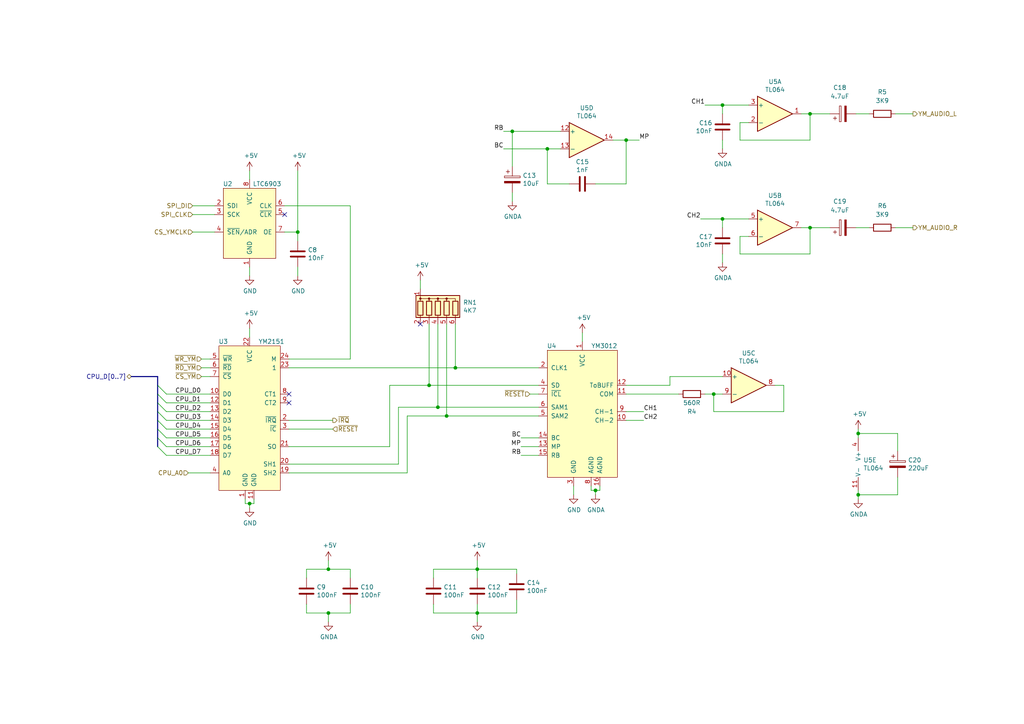
<source format=kicad_sch>
(kicad_sch (version 20231120) (generator "eeschema") (generator_version "8.0")
  (paper "A4")
  (title_block (title "Y Ddraig YM2151 and MSM6258 audio card"))
  (lib_symbols
    (symbol "Amplifier_Operational:TL064" (pin_names (offset 0.127))
      (property "Reference" "U" (at 0 5.08 0))
      (property "Value" "TL064" (at 0 -5.08 0))
      (symbol "TL064_1_1"
        (polyline (pts (xy -5.08 5.08) (xy 5.08 0) (xy -5.08 -5.08) (xy -5.08 5.08)) (stroke (width 0.254)) (fill (type background)))
        (pin output line (at 7.62 0 180) (length 2.54) (name "~") (number "1"))
        (pin input line (at -7.62 -2.54 0) (length 2.54) (name "-") (number "2"))
        (pin input line (at -7.62 2.54 0) (length 2.54) (name "+") (number "3"))
      )
      (symbol "TL064_2_1"
        (polyline (pts (xy -5.08 5.08) (xy 5.08 0) (xy -5.08 -5.08) (xy -5.08 5.08)) (stroke (width 0.254)) (fill (type background)))
        (pin input line (at -7.62 2.54 0) (length 2.54) (name "+") (number "5"))
        (pin input line (at -7.62 -2.54 0) (length 2.54) (name "-") (number "6"))
        (pin output line (at 7.62 0 180) (length 2.54) (name "~") (number "7"))
      )
      (symbol "TL064_3_1"
        (polyline (pts (xy -5.08 5.08) (xy 5.08 0) (xy -5.08 -5.08) (xy -5.08 5.08)) (stroke (width 0.254)) (fill (type background)))
        (pin input line (at -7.62 2.54 0) (length 2.54) (name "+") (number "10"))
        (pin output line (at 7.62 0 180) (length 2.54) (name "~") (number "8"))
        (pin input line (at -7.62 -2.54 0) (length 2.54) (name "-") (number "9"))
      )
      (symbol "TL064_4_1"
        (polyline (pts (xy -5.08 5.08) (xy 5.08 0) (xy -5.08 -5.08) (xy -5.08 5.08)) (stroke (width 0.254)) (fill (type background)))
        (pin input line (at -7.62 2.54 0) (length 2.54) (name "+") (number "12"))
        (pin input line (at -7.62 -2.54 0) (length 2.54) (name "-") (number "13"))
        (pin output line (at 7.62 0 180) (length 2.54) (name "~") (number "14"))
      )
      (symbol "TL064_5_1"
        (pin power_in line (at -2.54 -7.62 90) (length 3.81) (name "V-") (number "11"))
        (pin power_in line (at -2.54 7.62 270) (length 3.81) (name "V+") (number "4"))
      )
    )
    (symbol "Ddraig:LTC690x" (pin_names (offset 1.016))
      (property "Reference" "U" (at -8.89 17.78 0))
      (property "Value" "LTC690x" (at 10.16 17.78 0))
      (symbol "LTC690x_0_1"
        (rectangle (start -7.62 13.97) (end 7.62 -6.35) (fill (type background)))
      )
      (symbol "LTC690x_1_1"
        (pin power_in line (at 0 -8.89 90) (length 2.54) (name "GND") (number "1"))
        (pin input line (at -10.16 8.89 0) (length 2.54) (name "SDI") (number "2"))
        (pin input line (at -10.16 6.35 0) (length 2.54) (name "SCK") (number "3"))
        (pin input line (at -10.16 1.27 0) (length 2.54) (name "~{SEN}/ADR") (number "4"))
        (pin output line (at 10.16 6.35 180) (length 2.54) (name "~{CLK}") (number "5"))
        (pin output line (at 10.16 8.89 180) (length 2.54) (name "CLK") (number "6"))
        (pin input line (at 10.16 1.27 180) (length 2.54) (name "OE") (number "7"))
        (pin power_in line (at 0 16.51 270) (length 2.54) (name "VCC") (number "8"))
      )
    )
    (symbol "Ddraig:YM2151" (pin_names (offset 1.016))
      (property "Reference" "U" (at -7.62 22.86 0))
      (property "Value" "YM2151" (at 6.35 -21.59 0))
      (symbol "YM2151_0_1"
        (rectangle (start -8.89 21.59) (end 8.89 -20.32) (fill (type background)))
      )
      (symbol "YM2151_1_1"
        (pin power_in line (at -1.27 -22.86 90) (length 2.54) (name "GND") (number "1"))
        (pin bidirectional line (at -11.43 7.62 0) (length 2.54) (name "D0") (number "10"))
        (pin power_in line (at 1.27 -22.86 90) (length 2.54) (name "GND") (number "11"))
        (pin bidirectional line (at -11.43 5.08 0) (length 2.54) (name "D1") (number "12"))
        (pin bidirectional line (at -11.43 2.54 0) (length 2.54) (name "D2") (number "13"))
        (pin bidirectional line (at -11.43 0 0) (length 2.54) (name "D3") (number "14"))
        (pin bidirectional line (at -11.43 -2.54 0) (length 2.54) (name "D4") (number "15"))
        (pin bidirectional line (at -11.43 -5.08 0) (length 2.54) (name "D5") (number "16"))
        (pin bidirectional line (at -11.43 -7.62 0) (length 2.54) (name "D6") (number "17"))
        (pin bidirectional line (at -11.43 -10.16 0) (length 2.54) (name "D7") (number "18"))
        (pin output line (at 11.43 -15.24 180) (length 2.54) (name "SH2") (number "19"))
        (pin output line (at 11.43 0 180) (length 2.54) (name "~{IRQ}") (number "2"))
        (pin output line (at 11.43 -12.7 180) (length 2.54) (name "SH1") (number "20"))
        (pin output line (at 11.43 -7.62 180) (length 2.54) (name "SO") (number "21"))
        (pin power_in line (at 0 24.13 270) (length 2.54) (name "VCC") (number "22"))
        (pin output line (at 11.43 15.24 180) (length 2.54) (name "1") (number "23"))
        (pin input line (at 11.43 17.78 180) (length 2.54) (name "M") (number "24"))
        (pin input line (at 11.43 -2.54 180) (length 2.54) (name "~{IC}") (number "3"))
        (pin input line (at -11.43 -15.24 0) (length 2.54) (name "A0") (number "4"))
        (pin input line (at -11.43 17.78 0) (length 2.54) (name "~{WR}") (number "5"))
        (pin input line (at -11.43 15.24 0) (length 2.54) (name "~{RD}") (number "6"))
        (pin input line (at -11.43 12.7 0) (length 2.54) (name "~{CS}") (number "7"))
        (pin output line (at 11.43 7.62 180) (length 2.54) (name "CT1") (number "8"))
        (pin output line (at 11.43 5.08 180) (length 2.54) (name "CT2") (number "9"))
      )
    )
    (symbol "Ddraig:YM3012" (pin_names (offset 1.016))
      (property "Reference" "U" (at -7.62 16.51 0))
      (property "Value" "YM3012" (at -8.89 -22.86 0))
      (symbol "YM3012_0_1"
        (rectangle (start -10.16 15.24) (end 10.16 -21.59) (fill (type background)))
      )
      (symbol "YM3012_1_1"
        (pin power_in line (at 0 17.78 270) (length 2.54) (name "VCC") (number "1"))
        (pin output line (at 12.7 -5.08 180) (length 2.54) (name "CH-2") (number "10"))
        (pin input line (at 12.7 2.54 180) (length 2.54) (name "COM") (number "11"))
        (pin output line (at 12.7 5.08 180) (length 2.54) (name "ToBUFF") (number "12"))
        (pin input line (at -12.7 -12.7 0) (length 2.54) (name "MP") (number "13"))
        (pin output line (at -12.7 -10.16 0) (length 2.54) (name "BC") (number "14"))
        (pin output line (at -12.7 -15.24 0) (length 2.54) (name "RB") (number "15"))
        (pin power_in line (at 5.08 -24.13 90) (length 2.54) (name "AGND") (number "16"))
        (pin input line (at -12.7 10.16 0) (length 2.54) (name "CLK1") (number "2"))
        (pin power_in line (at -2.54 -24.13 90) (length 2.54) (name "GND") (number "3"))
        (pin input line (at -12.7 5.08 0) (length 2.54) (name "SD") (number "4"))
        (pin input line (at -12.7 -3.81 0) (length 2.54) (name "SAM2") (number "5"))
        (pin input line (at -12.7 -1.27 0) (length 2.54) (name "SAM1") (number "6"))
        (pin input line (at -12.7 2.54 0) (length 2.54) (name "~{ICL}") (number "7"))
        (pin power_in line (at 2.54 -24.13 90) (length 2.54) (name "AGND") (number "8"))
        (pin output line (at 12.7 -2.54 180) (length 2.54) (name "CH-1") (number "9"))
      )
    )
    (symbol "Device:C" (pin_numbers hide) (pin_names (offset 0.254))
      (property "Reference" "C" (at 0.635 2.54 0))
      (property "Value" "C" (at 0.635 -2.54 0))
      (symbol "C_0_1"
        (polyline (pts (xy -2.032 -0.762) (xy 2.032 -0.762)) (stroke (width 0.508)))
        (polyline (pts (xy -2.032 0.762) (xy 2.032 0.762)) (stroke (width 0.508)))
      )
      (symbol "C_1_1"
        (pin passive line (at 0 3.81 270) (length 2.794) (name "~") (number "1"))
        (pin passive line (at 0 -3.81 90) (length 2.794) (name "~") (number "2"))
      )
    )
    (symbol "Device:C_Polarized" (pin_numbers hide) (pin_names (offset 0.254))
      (property "Reference" "C" (at 0.635 2.54 0))
      (property "Value" "C_Polarized" (at 0.635 -2.54 0))
      (symbol "C_Polarized_0_1"
        (rectangle (start -2.286 0.508) (end 2.286 1.016))
        (polyline (pts (xy -1.778 2.286) (xy -0.762 2.286)))
        (polyline (pts (xy -1.27 2.794) (xy -1.27 1.778)))
        (rectangle (start 2.286 -0.508) (end -2.286 -1.016) (fill (type outline)))
      )
      (symbol "C_Polarized_1_1"
        (pin passive line (at 0 3.81 270) (length 2.794) (name "~") (number "1"))
        (pin passive line (at 0 -3.81 90) (length 2.794) (name "~") (number "2"))
      )
    )
    (symbol "Device:R" (pin_numbers hide) (pin_names (offset 0))
      (property "Reference" "R" (at 2.032 0 90))
      (property "Value" "R" (at 0 0 90))
      (symbol "R_0_1"
        (rectangle (start -1.016 -2.54) (end 1.016 2.54) (stroke (width 0.254)))
      )
      (symbol "R_1_1"
        (pin passive line (at 0 3.81 270) (length 1.27) (name "~") (number "1"))
        (pin passive line (at 0 -3.81 90) (length 1.27) (name "~") (number "2"))
      )
    )
    (symbol "Device:R_Network05" (pin_names (offset 0) hide)
      (property "Reference" "RN" (at -7.62 0 90))
      (property "Value" "R_Network05" (at 7.62 0 90))
      (symbol "R_Network05_0_1"
        (rectangle (start -6.35 -3.175) (end 6.35 3.175) (stroke (width 0.254)) (fill (type background)))
        (rectangle (start -5.842 1.524) (end -4.318 -2.54) (stroke (width 0.254)))
        (circle (center -5.08 2.286) (radius 0.254) (fill (type outline)))
        (rectangle (start -3.302 1.524) (end -1.778 -2.54) (stroke (width 0.254)))
        (circle (center -2.54 2.286) (radius 0.254) (fill (type outline)))
        (rectangle (start -0.762 1.524) (end 0.762 -2.54) (stroke (width 0.254)))
        (polyline (pts (xy -5.08 -2.54) (xy -5.08 -3.81)))
        (polyline (pts (xy -2.54 -2.54) (xy -2.54 -3.81)))
        (polyline (pts (xy 0 -2.54) (xy 0 -3.81)))
        (polyline (pts (xy 2.54 -2.54) (xy 2.54 -3.81)))
        (polyline (pts (xy 5.08 -2.54) (xy 5.08 -3.81)))
        (polyline (pts (xy -5.08 1.524) (xy -5.08 2.286) (xy -2.54 2.286) (xy -2.54 1.524)))
        (polyline (pts (xy -2.54 1.524) (xy -2.54 2.286) (xy 0 2.286) (xy 0 1.524)))
        (polyline (pts (xy 0 1.524) (xy 0 2.286) (xy 2.54 2.286) (xy 2.54 1.524)))
        (polyline (pts (xy 2.54 1.524) (xy 2.54 2.286) (xy 5.08 2.286) (xy 5.08 1.524)))
        (circle (center 0 2.286) (radius 0.254) (fill (type outline)))
        (rectangle (start 1.778 1.524) (end 3.302 -2.54) (stroke (width 0.254)))
        (circle (center 2.54 2.286) (radius 0.254) (fill (type outline)))
        (rectangle (start 4.318 1.524) (end 5.842 -2.54) (stroke (width 0.254)))
      )
      (symbol "R_Network05_1_1"
        (pin passive line (at -5.08 5.08 270) (length 2.54) (name "common") (number "1"))
        (pin passive line (at -5.08 -5.08 90) (length 1.27) (name "R1") (number "2"))
        (pin passive line (at -2.54 -5.08 90) (length 1.27) (name "R2") (number "3"))
        (pin passive line (at 0 -5.08 90) (length 1.27) (name "R3") (number "4"))
        (pin passive line (at 2.54 -5.08 90) (length 1.27) (name "R4") (number "5"))
        (pin passive line (at 5.08 -5.08 90) (length 1.27) (name "R5") (number "6"))
      )
    )
    (symbol "power:+5V" (power) (pin_names (offset 0))
      (property "Value" "+5V" (at 0 3.556 0))
      (symbol "+5V_0_1"
        (polyline (pts (xy -0.762 1.27) (xy 0 2.54)))
        (polyline (pts (xy 0 0) (xy 0 2.54)))
        (polyline (pts (xy 0 2.54) (xy 0.762 1.27)))
      )
      (symbol "+5V_1_1"
        (pin power_in line (at 0 0 90) (length 0) hide (name "+5V") (number "1"))
      )
    )
    (symbol "power:GND" (power) (pin_names (offset 0))
      (property "Value" "GND" (at 0 -3.81 0))
      (symbol "GND_0_1"
        (polyline (pts (xy 0 0) (xy 0 -1.27) (xy 1.27 -1.27) (xy 0 -2.54) (xy -1.27 -1.27) (xy 0 -1.27)))
      )
      (symbol "GND_1_1"
        (pin power_in line (at 0 0 270) (length 0) hide (name "GND") (number "1"))
      )
    )
    (symbol "power:GNDA" (power) (pin_names (offset 0))
      (property "Value" "GNDA" (at 0 -3.81 0))
      (symbol "GNDA_0_1"
        (polyline (pts (xy 0 0) (xy 0 -1.27) (xy 1.27 -1.27) (xy 0 -2.54) (xy -1.27 -1.27) (xy 0 -1.27)))
      )
      (symbol "GNDA_1_1"
        (pin power_in line (at 0 0 270) (length 0) hide (name "GNDA") (number "1"))
      )
    )
  )
  (junction (at 86.36 67.31))
  (junction (at 95.25 177.8))
  (junction (at 248.92 125.73))
  (junction (at 95.25 165.1))
  (junction (at 138.43 177.8))
  (junction (at 248.92 143.51))
  (junction (at 127 118.11))
  (junction (at 124.46 111.76))
  (junction (at 209.55 30.48))
  (junction (at 172.72 142.24))
  (junction (at 181.61 40.64))
  (junction (at 138.43 165.1))
  (junction (at 129.54 120.65))
  (junction (at 207.01 114.3))
  (junction (at 209.55 63.5))
  (junction (at 158.75 43.18))
  (junction (at 148.59 38.1))
  (junction (at 234.95 33.02))
  (junction (at 132.08 106.68))
  (junction (at 72.39 146.05))
  (junction (at 234.95 66.04))
  (no_connect (at 121.92 93.98))
  (no_connect (at 82.55 62.23))
  (no_connect (at 83.82 116.84))
  (no_connect (at 83.82 114.3))
  (bus_entry (at 45.72 119.38) (size 2.54 2.54))
  (bus_entry (at 45.72 111.76) (size 2.54 2.54))
  (bus_entry (at 45.72 121.92) (size 2.54 2.54))
  (bus_entry (at 45.72 129.54) (size 2.54 2.54))
  (bus_entry (at 45.72 114.3) (size 2.54 2.54))
  (bus_entry (at 45.72 127) (size 2.54 2.54))
  (bus_entry (at 45.72 124.46) (size 2.54 2.54))
  (bus_entry (at 45.72 116.84) (size 2.54 2.54))
  (wire (pts (xy 48.26 116.84) (xy 60.96 116.84)))
  (wire (pts (xy 165.1 53.34) (xy 158.75 53.34)))
  (wire (pts (xy 204.47 30.48) (xy 209.55 30.48)))
  (wire (pts (xy 48.26 132.08) (xy 60.96 132.08)))
  (wire (pts (xy 227.33 111.76) (xy 224.79 111.76)))
  (wire (pts (xy 72.39 52.07) (xy 72.39 49.53)))
  (wire (pts (xy 118.11 120.65) (xy 118.11 137.16)))
  (wire (pts (xy 101.6 165.1) (xy 95.25 165.1)))
  (wire (pts (xy 234.95 33.02) (xy 232.41 33.02)))
  (wire (pts (xy 181.61 114.3) (xy 196.85 114.3)))
  (wire (pts (xy 148.59 55.88) (xy 148.59 58.42)))
  (wire (pts (xy 186.69 121.92) (xy 181.61 121.92)))
  (wire (pts (xy 234.95 66.04) (xy 232.41 66.04)))
  (wire (pts (xy 48.26 121.92) (xy 60.96 121.92)))
  (wire (pts (xy 124.46 111.76) (xy 113.03 111.76)))
  (bus (pts (xy 45.72 127) (xy 45.72 129.54)))
  (wire (pts (xy 62.23 62.23) (xy 55.88 62.23)))
  (wire (pts (xy 248.92 143.51) (xy 260.35 143.51)))
  (wire (pts (xy 86.36 67.31) (xy 86.36 69.85)))
  (wire (pts (xy 156.21 127) (xy 151.13 127)))
  (wire (pts (xy 156.21 120.65) (xy 129.54 120.65)))
  (wire (pts (xy 48.26 124.46) (xy 60.96 124.46)))
  (wire (pts (xy 209.55 73.66) (xy 209.55 76.2)))
  (bus (pts (xy 45.72 116.84) (xy 45.72 119.38)))
  (wire (pts (xy 217.17 35.56) (xy 214.63 35.56)))
  (wire (pts (xy 138.43 162.56) (xy 138.43 165.1)))
  (wire (pts (xy 168.91 96.52) (xy 168.91 99.06)))
  (wire (pts (xy 82.55 59.69) (xy 101.6 59.69)))
  (wire (pts (xy 101.6 59.69) (xy 101.6 104.14)))
  (bus (pts (xy 45.72 114.3) (xy 45.72 116.84)))
  (wire (pts (xy 132.08 93.98) (xy 132.08 106.68)))
  (wire (pts (xy 95.25 162.56) (xy 95.25 165.1)))
  (wire (pts (xy 149.86 177.8) (xy 149.86 173.99)))
  (wire (pts (xy 83.82 106.68) (xy 132.08 106.68)))
  (wire (pts (xy 172.72 53.34) (xy 181.61 53.34)))
  (wire (pts (xy 248.92 143.51) (xy 248.92 144.78)))
  (wire (pts (xy 207.01 114.3) (xy 207.01 119.38)))
  (wire (pts (xy 118.11 137.16) (xy 83.82 137.16)))
  (wire (pts (xy 125.73 165.1) (xy 125.73 167.64)))
  (wire (pts (xy 214.63 40.64) (xy 234.95 40.64)))
  (wire (pts (xy 101.6 165.1) (xy 101.6 167.64)))
  (wire (pts (xy 260.35 125.73) (xy 260.35 130.81)))
  (wire (pts (xy 138.43 167.64) (xy 138.43 165.1)))
  (wire (pts (xy 209.55 66.04) (xy 209.55 63.5)))
  (wire (pts (xy 194.31 109.22) (xy 209.55 109.22)))
  (wire (pts (xy 72.39 147.32) (xy 72.39 146.05)))
  (wire (pts (xy 248.285 66.04) (xy 252.095 66.04)))
  (wire (pts (xy 234.95 66.04) (xy 240.665 66.04)))
  (wire (pts (xy 125.73 177.8) (xy 138.43 177.8)))
  (wire (pts (xy 48.26 114.3) (xy 60.96 114.3)))
  (wire (pts (xy 259.715 66.04) (xy 264.795 66.04)))
  (wire (pts (xy 171.45 140.97) (xy 171.45 142.24)))
  (wire (pts (xy 158.75 43.18) (xy 162.56 43.18)))
  (wire (pts (xy 203.2 63.5) (xy 209.55 63.5)))
  (wire (pts (xy 146.05 43.18) (xy 158.75 43.18)))
  (wire (pts (xy 71.12 146.05) (xy 72.39 146.05)))
  (wire (pts (xy 72.39 77.47) (xy 72.39 80.01)))
  (wire (pts (xy 151.13 129.54) (xy 156.21 129.54)))
  (wire (pts (xy 88.9 165.1) (xy 88.9 167.64)))
  (wire (pts (xy 207.01 114.3) (xy 204.47 114.3)))
  (wire (pts (xy 209.55 30.48) (xy 217.17 30.48)))
  (wire (pts (xy 173.99 142.24) (xy 172.72 142.24)))
  (wire (pts (xy 177.8 40.64) (xy 181.61 40.64)))
  (bus (pts (xy 45.72 119.38) (xy 45.72 121.92)))
  (wire (pts (xy 83.82 134.62) (xy 115.57 134.62)))
  (wire (pts (xy 171.45 142.24) (xy 172.72 142.24)))
  (wire (pts (xy 181.61 111.76) (xy 194.31 111.76)))
  (wire (pts (xy 173.99 140.97) (xy 173.99 142.24)))
  (wire (pts (xy 115.57 118.11) (xy 127 118.11)))
  (wire (pts (xy 153.67 114.3) (xy 156.21 114.3)))
  (wire (pts (xy 166.37 140.97) (xy 166.37 143.51)))
  (wire (pts (xy 214.63 35.56) (xy 214.63 40.64)))
  (wire (pts (xy 209.55 63.5) (xy 217.17 63.5)))
  (wire (pts (xy 83.82 124.46) (xy 96.52 124.46)))
  (wire (pts (xy 58.42 104.14) (xy 60.96 104.14)))
  (wire (pts (xy 138.43 177.8) (xy 149.86 177.8)))
  (wire (pts (xy 83.82 104.14) (xy 101.6 104.14)))
  (wire (pts (xy 248.92 127) (xy 248.92 125.73)))
  (wire (pts (xy 209.55 114.3) (xy 207.01 114.3)))
  (wire (pts (xy 138.43 177.8) (xy 138.43 180.34)))
  (wire (pts (xy 125.73 175.26) (xy 125.73 177.8)))
  (wire (pts (xy 214.63 73.66) (xy 234.95 73.66)))
  (wire (pts (xy 101.6 177.8) (xy 101.6 175.26)))
  (wire (pts (xy 138.43 165.1) (xy 125.73 165.1)))
  (wire (pts (xy 172.72 142.24) (xy 172.72 143.51)))
  (wire (pts (xy 86.36 49.53) (xy 86.36 67.31)))
  (wire (pts (xy 129.54 120.65) (xy 118.11 120.65)))
  (wire (pts (xy 72.39 146.05) (xy 73.66 146.05)))
  (wire (pts (xy 194.31 111.76) (xy 194.31 109.22)))
  (wire (pts (xy 248.285 33.02) (xy 252.095 33.02)))
  (bus (pts (xy 45.72 124.46) (xy 45.72 127)))
  (bus (pts (xy 45.72 109.22) (xy 45.72 111.76)))
  (bus (pts (xy 45.72 111.76) (xy 45.72 114.3)))
  (wire (pts (xy 158.75 53.34) (xy 158.75 43.18)))
  (wire (pts (xy 227.33 119.38) (xy 227.33 111.76)))
  (wire (pts (xy 214.63 68.58) (xy 214.63 73.66)))
  (wire (pts (xy 248.92 124.46) (xy 248.92 125.73)))
  (wire (pts (xy 181.61 40.64) (xy 185.42 40.64)))
  (wire (pts (xy 129.54 93.98) (xy 129.54 120.65)))
  (wire (pts (xy 88.9 177.8) (xy 95.25 177.8)))
  (wire (pts (xy 95.25 165.1) (xy 88.9 165.1)))
  (wire (pts (xy 209.55 40.64) (xy 209.55 43.18)))
  (bus (pts (xy 45.72 109.22) (xy 38.1 109.22)))
  (wire (pts (xy 48.26 119.38) (xy 60.96 119.38)))
  (wire (pts (xy 207.01 119.38) (xy 227.33 119.38)))
  (wire (pts (xy 217.17 68.58) (xy 214.63 68.58)))
  (wire (pts (xy 149.86 165.1) (xy 138.43 165.1)))
  (wire (pts (xy 72.39 95.25) (xy 72.39 97.79)))
  (wire (pts (xy 259.715 33.02) (xy 264.795 33.02)))
  (wire (pts (xy 234.95 33.02) (xy 240.665 33.02)))
  (wire (pts (xy 121.92 81.28) (xy 121.92 83.82)))
  (wire (pts (xy 48.26 129.54) (xy 60.96 129.54)))
  (wire (pts (xy 149.86 166.37) (xy 149.86 165.1)))
  (wire (pts (xy 83.82 121.92) (xy 96.52 121.92)))
  (wire (pts (xy 234.95 73.66) (xy 234.95 66.04)))
  (wire (pts (xy 48.26 127) (xy 60.96 127)))
  (wire (pts (xy 88.9 175.26) (xy 88.9 177.8)))
  (wire (pts (xy 148.59 48.26) (xy 148.59 38.1)))
  (wire (pts (xy 86.36 80.01) (xy 86.36 77.47)))
  (wire (pts (xy 95.25 177.8) (xy 101.6 177.8)))
  (wire (pts (xy 71.12 144.78) (xy 71.12 146.05)))
  (wire (pts (xy 54.61 137.16) (xy 60.96 137.16)))
  (wire (pts (xy 260.35 143.51) (xy 260.35 138.43)))
  (wire (pts (xy 55.88 67.31) (xy 62.23 67.31)))
  (wire (pts (xy 138.43 175.26) (xy 138.43 177.8)))
  (wire (pts (xy 156.21 111.76) (xy 124.46 111.76)))
  (wire (pts (xy 234.95 40.64) (xy 234.95 33.02)))
  (wire (pts (xy 113.03 111.76) (xy 113.03 129.54)))
  (wire (pts (xy 115.57 134.62) (xy 115.57 118.11)))
  (wire (pts (xy 181.61 119.38) (xy 186.69 119.38)))
  (wire (pts (xy 127 118.11) (xy 156.21 118.11)))
  (wire (pts (xy 60.96 106.68) (xy 58.42 106.68)))
  (wire (pts (xy 73.66 146.05) (xy 73.66 144.78)))
  (wire (pts (xy 209.55 33.02) (xy 209.55 30.48)))
  (wire (pts (xy 181.61 53.34) (xy 181.61 40.64)))
  (wire (pts (xy 60.96 109.22) (xy 58.42 109.22)))
  (wire (pts (xy 124.46 93.98) (xy 124.46 111.76)))
  (wire (pts (xy 113.03 129.54) (xy 83.82 129.54)))
  (wire (pts (xy 248.92 142.24) (xy 248.92 143.51)))
  (wire (pts (xy 55.88 59.69) (xy 62.23 59.69)))
  (wire (pts (xy 248.92 125.73) (xy 260.35 125.73)))
  (wire (pts (xy 148.59 38.1) (xy 146.05 38.1)))
  (wire (pts (xy 127 93.98) (xy 127 118.11)))
  (wire (pts (xy 95.25 180.34) (xy 95.25 177.8)))
  (bus (pts (xy 45.72 121.92) (xy 45.72 124.46)))
  (wire (pts (xy 132.08 106.68) (xy 156.21 106.68)))
  (wire (pts (xy 82.55 67.31) (xy 86.36 67.31)))
  (wire (pts (xy 162.56 38.1) (xy 148.59 38.1)))
  (wire (pts (xy 156.21 132.08) (xy 151.13 132.08)))
  (label "CPU_D7" (at 50.8 132.08 0))
  (label "CPU_D0" (at 50.8 114.3 0))
  (label "RB" (at 151.13 132.08 180))
  (label "CPU_D6" (at 50.8 129.54 0))
  (label "CPU_D1" (at 50.8 116.84 0))
  (label "RB" (at 146.05 38.1 180))
  (label "CH2" (at 186.69 121.92 0))
  (label "CPU_D5" (at 50.8 127 0))
  (label "MP" (at 185.42 40.64 0))
  (label "CH1" (at 186.69 119.38 0))
  (label "CPU_D4" (at 50.8 124.46 0))
  (label "BC" (at 151.13 127 180))
  (label "CPU_D3" (at 50.8 121.92 0))
  (label "MP" (at 151.13 129.54 180))
  (label "BC" (at 146.05 43.18 180))
  (label "CH2" (at 203.2 63.5 180))
  (label "CPU_D2" (at 50.8 119.38 0))
  (label "CH1" (at 204.47 30.48 180))
  (hierarchical_label "~{CS_YM}" (shape input) (at 58.42 109.22 180))
  (hierarchical_label "~{RESET}" (shape input) (at 96.52 124.46 0))
  (hierarchical_label "~{WR_YM}" (shape input) (at 58.42 104.14 180))
  (hierarchical_label "CPU_A0" (shape input) (at 54.61 137.16 180))
  (hierarchical_label "CPU_D[0..7]" (shape bidirectional) (at 38.1 109.22 180))
  (hierarchical_label "~{RESET}" (shape input) (at 153.67 114.3 180))
  (hierarchical_label "CS_YMCLK" (shape input) (at 55.88 67.31 180))
  (hierarchical_label "SPI_CLK" (shape input) (at 55.88 62.23 180))
  (hierarchical_label "~{RD_YM}" (shape input) (at 58.42 106.68 180))
  (hierarchical_label "YM_AUDIO_R" (shape output) (at 264.795 66.04 0))
  (hierarchical_label "YM_AUDIO_L" (shape output) (at 264.795 33.02 0))
  (hierarchical_label "SPI_DI" (shape input) (at 55.88 59.69 180))
  (hierarchical_label "~{IRQ}" (shape output) (at 96.52 121.92 0))
  (symbol (lib_id "Ddraig:YM2151") (at 72.39 121.92 0) (unit 1)
    (property "Reference" "U3" (at 64.77 99.06 0))
    (property "Value" "YM2151" (at 78.74 99.06 0))
    (property "Footprint" "Package_DIP:DIP-24_W15.24mm" (effects (hide yes)))
  )
  (symbol (lib_id "Ddraig:YM3012") (at 168.91 116.84 0) (unit 1)
    (property "Reference" "U4" (at 160.02 100.33 0))
    (property "Value" "YM3012" (at 175.26 100.33 0))
    (property "Footprint" "Package_DIP:DIP-16_W7.62mm_Socket" (effects (hide yes)))
  )
  (symbol (lib_id "Amplifier_Operational:TL064") (at 217.17 111.76 0) (unit 3)
    (property "Reference" "U5" (at 217.17 102.4382 0))
    (property "Value" "TL064" (at 217.17 104.7496 0))
    (property "Footprint" "Package_DIP:DIP-14_W7.62mm_Socket" (effects (hide yes)))
    (property "Datasheet" "http://www.ti.com/lit/ds/symlink/tl061.pdf" (effects (hide yes)))
  )
  (symbol (lib_id "Amplifier_Operational:TL064") (at 170.18 40.64 0) (unit 4)
    (property "Reference" "U5" (at 170.18 31.3182 0))
    (property "Value" "TL064" (at 170.18 33.6296 0))
    (property "Footprint" "Package_DIP:DIP-14_W7.62mm_Socket" (effects (hide yes)))
    (property "Datasheet" "http://www.ti.com/lit/ds/symlink/tl061.pdf" (effects (hide yes)))
  )
  (symbol (lib_id "Amplifier_Operational:TL064") (at 251.46 134.62 0) (unit 5)
    (property "Reference" "U5" (at 250.3932 133.4516 0) (effects (justify left)))
    (property "Value" "TL064" (at 250.3932 135.763 0) (effects (justify left)))
    (property "Footprint" "Package_DIP:DIP-14_W7.62mm_Socket" (effects (hide yes)))
    (property "Datasheet" "http://www.ti.com/lit/ds/symlink/tl061.pdf" (effects (hide yes)))
  )
  (symbol (lib_id "Device:R") (at 200.66 114.3 270) (unit 1)
    (property "Reference" "R4" (at 200.66 119.38 90))
    (property "Value" "560R" (at 200.66 116.84 90))
    (property "Footprint" "Resistor_THT:R_Axial_DIN0207_L6.3mm_D2.5mm_P10.16mm_Horizontal" (effects (hide yes)))
  )
  (symbol (lib_id "Device:C_Polarized") (at 148.59 52.07 0) (unit 1)
    (property "Reference" "C13" (at 151.5872 50.9016 0) (effects (justify left)))
    (property "Value" "10uF" (at 151.5872 53.213 0) (effects (justify left)))
    (property "Footprint" "Capacitor_THT:CP_Radial_D5.0mm_P2.50mm" (effects (hide yes)))
  )
  (symbol (lib_id "Device:C_Polarized") (at 260.35 134.62 0) (unit 1)
    (property "Reference" "C20" (at 263.3472 133.4516 0) (effects (justify left)))
    (property "Value" "220uF" (at 263.3472 135.763 0) (effects (justify left)))
    (property "Footprint" "Capacitor_THT:CP_Radial_D5.0mm_P2.50mm" (effects (hide yes)))
  )
  (symbol (lib_id "power:+5V") (at 72.39 95.25 0) (unit 1)
    (property "Reference" "#PWR027" (effects (hide yes)))
    (property "Value" "+5V" (at 72.771 90.8558 0))
  )
  (symbol (lib_id "power:GND") (at 72.39 147.32 0) (unit 1)
    (property "Reference" "#PWR028" (effects (hide yes)))
    (property "Value" "GND" (at 72.517 151.7142 0))
  )
  (symbol (lib_id "power:GND") (at 166.37 143.51 0) (unit 1)
    (property "Reference" "#PWR037" (effects (hide yes)))
    (property "Value" "GND" (at 166.497 147.9042 0))
  )
  (symbol (lib_id "power:+5V") (at 168.91 96.52 0) (unit 1)
    (property "Reference" "#PWR038" (effects (hide yes)))
    (property "Value" "+5V" (at 169.291 92.1258 0))
  )
  (symbol (lib_id "Ddraig:LTC690x") (at 72.39 68.58 0) (unit 1)
    (property "Reference" "U2" (at 66.04 53.34 0))
    (property "Value" "LTC6903" (at 77.47 53.34 0))
    (property "Footprint" "Package_SO:MSOP-8_3x3mm_P0.65mm" (effects (hide yes)))
  )
  (symbol (lib_id "power:+5V") (at 72.39 49.53 0) (unit 1)
    (property "Reference" "#PWR025" (effects (hide yes)))
    (property "Value" "+5V" (at 72.771 45.1358 0))
  )
  (symbol (lib_id "power:GND") (at 72.39 80.01 0) (unit 1)
    (property "Reference" "#PWR026" (effects (hide yes)))
    (property "Value" "GND" (at 72.517 84.4042 0))
  )
  (symbol (lib_id "Device:C") (at 168.91 53.34 270) (unit 1)
    (property "Reference" "C15" (at 168.91 46.9392 90))
    (property "Value" "1nF" (at 168.91 49.2506 90))
    (property "Footprint" "Capacitor_THT:C_Disc_D5.0mm_W2.5mm_P2.50mm" (effects (hide yes)))
  )
  (symbol (lib_id "Amplifier_Operational:TL064") (at 224.79 33.02 0) (unit 1)
    (property "Reference" "U5" (at 224.79 23.6982 0))
    (property "Value" "TL064" (at 224.79 26.0096 0))
    (property "Footprint" "Package_DIP:DIP-14_W7.62mm_Socket" (effects (hide yes)))
    (property "Datasheet" "http://www.ti.com/lit/ds/symlink/tl061.pdf" (effects (hide yes)))
  )
  (symbol (lib_id "Amplifier_Operational:TL064") (at 224.79 66.04 0) (unit 2)
    (property "Reference" "U5" (at 224.79 56.7182 0))
    (property "Value" "TL064" (at 224.79 59.0296 0))
    (property "Footprint" "Package_DIP:DIP-14_W7.62mm_Socket" (effects (hide yes)))
    (property "Datasheet" "http://www.ti.com/lit/ds/symlink/tl061.pdf" (effects (hide yes)))
  )
  (symbol (lib_id "Device:C") (at 209.55 36.83 0) (mirror x) (unit 1)
    (property "Reference" "C16" (at 206.629 35.6616 0) (effects (justify right)))
    (property "Value" "10nF" (at 206.629 37.973 0) (effects (justify right)))
    (property "Footprint" "Capacitor_THT:C_Disc_D5.0mm_W2.5mm_P2.50mm" (effects (hide yes)))
  )
  (symbol (lib_id "Device:C") (at 209.55 69.85 0) (mirror x) (unit 1)
    (property "Reference" "C17" (at 206.629 68.6816 0) (effects (justify right)))
    (property "Value" "10nF" (at 206.629 70.993 0) (effects (justify right)))
    (property "Footprint" "Capacitor_THT:C_Disc_D5.0mm_W2.5mm_P2.50mm" (effects (hide yes)))
  )
  (symbol (lib_id "Device:R_Network05") (at 127 88.9 0) (unit 1)
    (property "Reference" "RN1" (at 134.3152 87.7316 0) (effects (justify left)))
    (property "Value" "4K7" (at 134.3152 90.043 0) (effects (justify left)))
    (property "Footprint" "Resistor_THT:R_Array_SIP6" (effects (hide yes)))
    (property "Datasheet" "http://www.vishay.com/docs/31509/csc.pdf" (effects (hide yes)))
  )
  (symbol (lib_id "power:+5V") (at 121.92 81.28 0) (unit 1)
    (property "Reference" "#PWR033" (effects (hide yes)))
    (property "Value" "+5V" (at 122.301 76.8858 0))
  )
  (symbol (lib_id "Device:C") (at 138.43 171.45 0) (unit 1)
    (property "Reference" "C12" (at 141.351 170.2816 0) (effects (justify left)))
    (property "Value" "100nF" (at 141.351 172.593 0) (effects (justify left)))
    (property "Footprint" "Capacitor_THT:C_Disc_D5.0mm_W2.5mm_P2.50mm" (effects (hide yes)))
  )
  (symbol (lib_id "Device:C") (at 125.73 171.45 0) (unit 1)
    (property "Reference" "C11" (at 128.651 170.2816 0) (effects (justify left)))
    (property "Value" "100nF" (at 128.651 172.593 0) (effects (justify left)))
    (property "Footprint" "Capacitor_THT:C_Disc_D5.0mm_W2.5mm_P2.50mm" (effects (hide yes)))
  )
  (symbol (lib_id "Device:C") (at 101.6 171.45 0) (unit 1)
    (property "Reference" "C10" (at 104.521 170.2816 0) (effects (justify left)))
    (property "Value" "100nF" (at 104.521 172.593 0) (effects (justify left)))
    (property "Footprint" "Capacitor_THT:C_Disc_D5.0mm_W2.5mm_P2.50mm" (effects (hide yes)))
  )
  (symbol (lib_id "power:GND") (at 138.43 180.34 0) (unit 1)
    (property "Reference" "#PWR035" (effects (hide yes)))
    (property "Value" "GND" (at 138.557 184.7342 0))
  )
  (symbol (lib_id "power:+5V") (at 138.43 162.56 0) (unit 1)
    (property "Reference" "#PWR034" (effects (hide yes)))
    (property "Value" "+5V" (at 138.811 158.1658 0))
  )
  (symbol (lib_id "Device:C") (at 149.86 170.18 0) (unit 1)
    (property "Reference" "C14" (at 152.781 169.0116 0) (effects (justify left)))
    (property "Value" "100nF" (at 152.781 171.323 0) (effects (justify left)))
    (property "Footprint" "Capacitor_THT:C_Disc_D5.0mm_W2.5mm_P2.50mm" (effects (hide yes)))
  )
  (symbol (lib_id "Device:C") (at 88.9 171.45 0) (unit 1)
    (property "Reference" "C9" (at 91.821 170.2816 0) (effects (justify left)))
    (property "Value" "100nF" (at 91.821 172.593 0) (effects (justify left)))
    (property "Footprint" "Capacitor_THT:C_Disc_D5.0mm_W2.5mm_P2.50mm" (effects (hide yes)))
  )
  (symbol (lib_id "power:GNDA") (at 172.72 143.51 0) (unit 1)
    (property "Reference" "#PWR039" (effects (hide yes)))
    (property "Value" "GNDA" (at 172.847 147.9042 0))
  )
  (symbol (lib_id "power:GNDA") (at 248.92 144.78 0) (unit 1)
    (property "Reference" "#PWR043" (effects (hide yes)))
    (property "Value" "GNDA" (at 249.047 149.1742 0))
  )
  (symbol (lib_id "power:GNDA") (at 209.55 43.18 0) (unit 1)
    (property "Reference" "#PWR040" (effects (hide yes)))
    (property "Value" "GNDA" (at 209.677 47.5742 0))
  )
  (symbol (lib_id "power:GNDA") (at 209.55 76.2 0) (unit 1)
    (property "Reference" "#PWR041" (effects (hide yes)))
    (property "Value" "GNDA" (at 209.677 80.5942 0))
  )
  (symbol (lib_id "power:GNDA") (at 148.59 58.42 0) (unit 1)
    (property "Reference" "#PWR036" (effects (hide yes)))
    (property "Value" "GNDA" (at 148.717 62.8142 0))
  )
  (symbol (lib_id "power:GNDA") (at 95.25 180.34 0) (unit 1)
    (property "Reference" "#PWR032" (effects (hide yes)))
    (property "Value" "GNDA" (at 95.377 184.7342 0))
  )
  (symbol (lib_id "power:+5V") (at 95.25 162.56 0) (unit 1)
    (property "Reference" "#PWR031" (effects (hide yes)))
    (property "Value" "+5V" (at 95.631 158.1658 0))
  )
  (symbol (lib_id "power:+5V") (at 248.92 124.46 0) (unit 1)
    (property "Reference" "#PWR042" (effects (hide yes)))
    (property "Value" "+5V" (at 249.301 120.0658 0))
  )
  (symbol (lib_id "Device:C") (at 86.36 73.66 0) (unit 1)
    (property "Reference" "C8" (at 89.281 72.4916 0) (effects (justify left)))
    (property "Value" "10nF" (at 89.281 74.803 0) (effects (justify left)))
    (property "Footprint" "Capacitor_THT:C_Disc_D5.0mm_W2.5mm_P2.50mm" (effects (hide yes)))
  )
  (symbol (lib_id "power:GND") (at 86.36 80.01 0) (unit 1)
    (property "Reference" "#PWR030" (effects (hide yes)))
    (property "Value" "GND" (at 86.487 84.4042 0))
  )
  (symbol (lib_id "power:+5V") (at 86.36 49.53 0) (unit 1)
    (property "Reference" "#PWR029" (effects (hide yes)))
    (property "Value" "+5V" (at 86.741 45.1358 0))
  )
  (symbol (lib_id "Device:R") (at 255.905 66.04 90) (unit 1)
    (property "Reference" "R6" (at 255.905 59.69 90))
    (property "Value" "3K9" (at 255.905 62.23 90))
    (property "Footprint" "Resistor_THT:R_Axial_DIN0207_L6.3mm_D2.5mm_P10.16mm_Horizontal" (effects (hide yes)))
  )
  (symbol (lib_id "Device:C_Polarized") (at 244.475 33.02 90) (unit 1)
    (property "Reference" "C18" (at 243.586 25.4 90))
    (property "Value" "4.7uF" (at 243.586 27.94 90))
    (property "Footprint" "Capacitor_THT:CP_Radial_D5.0mm_P2.50mm" (effects (hide yes)))
  )
  (symbol (lib_id "Device:C_Polarized") (at 244.475 66.04 90) (unit 1)
    (property "Reference" "C19" (at 243.586 58.42 90))
    (property "Value" "4.7uF" (at 243.586 60.96 90))
    (property "Footprint" "Capacitor_THT:CP_Radial_D5.0mm_P2.50mm" (effects (hide yes)))
  )
  (symbol (lib_id "Device:R") (at 255.905 33.02 90) (unit 1)
    (property "Reference" "R5" (at 255.905 26.67 90))
    (property "Value" "3K9" (at 255.905 29.21 90))
    (property "Footprint" "Resistor_THT:R_Axial_DIN0207_L6.3mm_D2.5mm_P10.16mm_Horizontal" (effects (hide yes)))
  )
)
</source>
